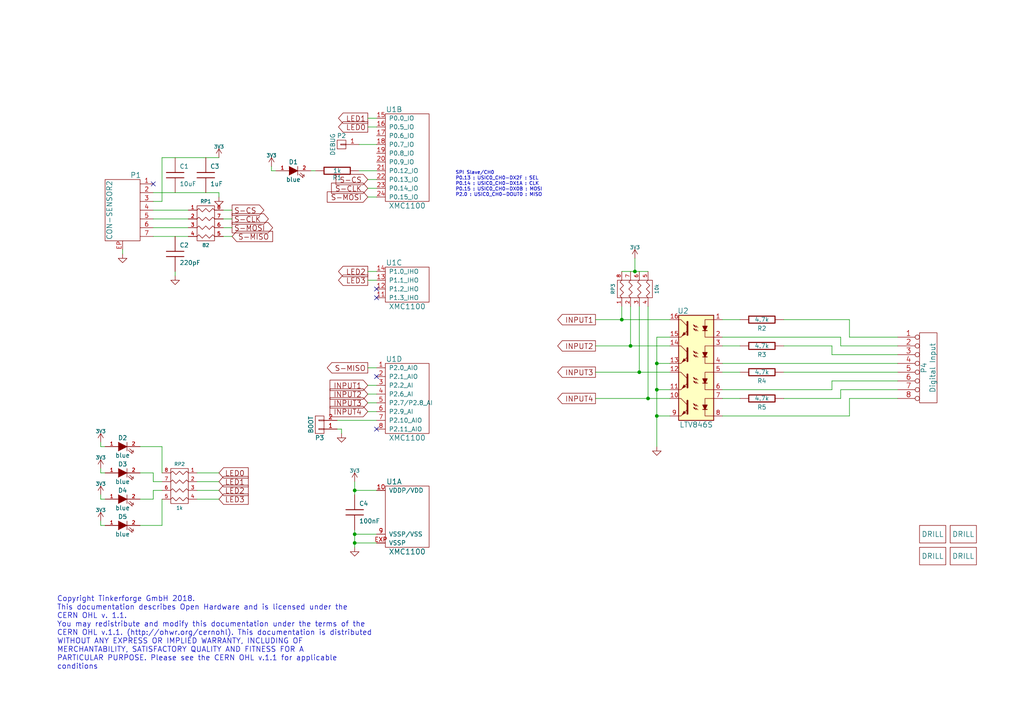
<source format=kicad_sch>
(kicad_sch (version 20211123) (generator eeschema)
  (paper "A4")
  (title_block (title "Industrial Digital In 4 2.0") (date "2018-02-07") (rev "2.0") (company "Tinkerforge GmbH") (comment 1 "Licensed under CERN OHL v.1.1") (comment 2 "Copyright (©) 2018, B.Nordmeyer <bastian@tinkerforge.com>"))
  (lib_symbols
    (symbol "tinkerforge:3V3" (power) (pin_names (offset 0))
      (property "Value" "3V3" (at 0 3.556 0))
      (symbol "3V3_0_1"
        (polyline (pts (xy -0.762 1.27) (xy 0 2.54)))
        (polyline (pts (xy 0 0) (xy 0 2.54)))
        (polyline (pts (xy 0 2.54) (xy 0.762 1.27)))
      )
      (symbol "3V3_1_1"
        (pin power_in line (at 0 0 90) (length 0) hide (name "3V3") (number "1"))
      )
    )
    (symbol "tinkerforge:C" (pin_numbers hide) (pin_names (offset 0.254))
      (property "Reference" "C" (at 1.27 2.54 0))
      (property "Value" "C" (at 1.27 -2.54 0))
      (symbol "C_0_1"
        (polyline (pts (xy -2.54 -0.762) (xy 2.54 -0.762)) (stroke (width 0.254)))
        (polyline (pts (xy -2.54 0.762) (xy 2.54 0.762)) (stroke (width 0.254)))
      )
      (symbol "C_1_1"
        (pin passive line (at 0 5.08 270) (length 4.318) (name "~") (number "1"))
        (pin passive line (at 0 -5.08 90) (length 4.318) (name "~") (number "2"))
      )
    )
    (symbol "tinkerforge:CON-SENSOR2" (pin_names (offset 1.016))
      (property "Reference" "P" (at -3.81 10.16 0))
      (property "Value" "CON-SENSOR2" (at 3.81 0 90))
      (symbol "CON-SENSOR2_0_1"
        (rectangle (start -5.08 8.89) (end 5.08 -8.89))
      )
      (symbol "CON-SENSOR2_1_1"
        (pin passive line (at -8.89 7.62 0) (length 3.81) (name "~") (number "1"))
        (pin passive line (at -8.89 5.08 0) (length 3.81) (name "~") (number "2"))
        (pin passive line (at -8.89 2.54 0) (length 3.81) (name "~") (number "3"))
        (pin passive line (at -8.89 0 0) (length 3.81) (name "~") (number "4"))
        (pin passive line (at -8.89 -2.54 0) (length 3.81) (name "~") (number "5"))
        (pin passive line (at -8.89 -5.08 0) (length 3.81) (name "~") (number "6"))
        (pin passive line (at -8.89 -7.62 0) (length 3.81) (name "~") (number "7"))
        (pin passive line (at 0 -11.43 90) (length 2.54) (name "~") (number "EP"))
      )
    )
    (symbol "tinkerforge:CONN_01X01" (pin_names (offset 1.016) hide)
      (property "Reference" "P" (at 0 2.54 0))
      (property "Value" "CONN_01X01" (at 2.54 0 90))
      (symbol "CONN_01X01_0_1"
        (rectangle (start -1.27 0.127) (end 0.254 -0.127))
        (rectangle (start -1.27 1.27) (end 1.27 -1.27))
      )
      (symbol "CONN_01X01_1_1"
        (pin passive line (at -5.08 0 0) (length 3.81) (name "P1") (number "1"))
      )
    )
    (symbol "tinkerforge:CONN_01X02" (pin_names (offset 1.016) hide)
      (property "Reference" "P" (at 0 3.81 0))
      (property "Value" "CONN_01X02" (at 2.54 0 90))
      (symbol "CONN_01X02_0_1"
        (rectangle (start -1.27 -1.143) (end 0.254 -1.397))
        (rectangle (start -1.27 1.397) (end 0.254 1.143))
        (rectangle (start -1.27 2.54) (end 1.27 -2.54))
      )
      (symbol "CONN_01X02_1_1"
        (pin passive line (at -5.08 1.27 0) (length 3.81) (name "P1") (number "1"))
        (pin passive line (at -5.08 -1.27 0) (length 3.81) (name "P2") (number "2"))
      )
    )
    (symbol "tinkerforge:CONN_8" (pin_names (offset 0.762) hide)
      (property "Reference" "P" (at -1.27 0 90))
      (property "Value" "CONN_8" (at 1.27 0 90))
      (symbol "CONN_8_0_1"
        (rectangle (start -2.54 10.16) (end 2.54 -10.16))
      )
      (symbol "CONN_8_1_1"
        (pin passive inverted (at -8.89 8.89 0) (length 6.35) (name "1") (number "1"))
        (pin passive inverted (at -8.89 6.35 0) (length 6.35) (name "2") (number "2"))
        (pin passive inverted (at -8.89 3.81 0) (length 6.35) (name "3") (number "3"))
        (pin passive inverted (at -8.89 1.27 0) (length 6.35) (name "4") (number "4"))
        (pin passive inverted (at -8.89 -1.27 0) (length 6.35) (name "5") (number "5"))
        (pin passive inverted (at -8.89 -3.81 0) (length 6.35) (name "6") (number "6"))
        (pin passive inverted (at -8.89 -6.35 0) (length 6.35) (name "~") (number "7"))
        (pin passive inverted (at -8.89 -8.89 0) (length 6.35) (name "~") (number "8"))
      )
    )
    (symbol "tinkerforge:DRILL" (pin_numbers hide) (pin_names (offset 0) hide)
      (property "Value" "DRILL" (at 0 0 0))
      (symbol "DRILL_0_1"
        (rectangle (start -3.81 2.54) (end 3.81 -2.54))
      )
    )
    (symbol "tinkerforge:GND" (power) (pin_names (offset 0))
      (property "Value" "GND" (at 0 -5.08 0))
      (symbol "GND_0_1"
        (polyline (pts (xy 0 0) (xy 0 -1.27) (xy 1.27 -1.27) (xy 0 -2.54) (xy -1.27 -1.27) (xy 0 -1.27)))
      )
      (symbol "GND_1_1"
        (pin power_in line (at 0 0 270) (length 0) hide (name "GND") (number "1"))
      )
    )
    (symbol "tinkerforge:LED" (pin_names (offset 1.016) hide)
      (property "Reference" "D" (at 0 2.54 0))
      (property "Value" "LED" (at 0 -2.54 0))
      (symbol "LED_0_1"
        (polyline (pts (xy 1.27 1.27) (xy 1.27 -1.27)))
        (polyline (pts (xy -1.27 1.27) (xy 1.27 0) (xy -1.27 -1.27)) (fill (type outline)))
        (polyline (pts (xy 1.651 -1.016) (xy 2.794 -2.032) (xy 2.667 -1.397)))
        (polyline (pts (xy 2.032 -0.635) (xy 3.175 -1.651) (xy 3.048 -1.016)))
      )
      (symbol "LED_1_1"
        (pin passive line (at -5.08 0 0) (length 3.81) (name "A") (number "1"))
        (pin passive line (at 5.08 0 180) (length 3.81) (name "K") (number "2"))
      )
    )
    (symbol "tinkerforge:LTV-847" (pin_names (offset 1.016))
      (property "Reference" "U" (at -5.08 17.78 0))
      (property "Value" "LTV-847" (at 0 17.78 0))
      (property "Footprint" "DIP-16" (at -5.08 -15.24 0))
      (property "Datasheet" "http://www.us.liteon.com/downloads/LTV-817-827-847.PDF" (at 0 -2.54 0))
      (symbol "LTV-847_0_1"
        (rectangle (start -5.08 16.51) (end 5.08 -13.97) (stroke (width 0.254)) (fill (type background)))
        (polyline (pts (xy -3.175 -10.795) (xy -1.905 -10.795)) (stroke (width 0.254)))
        (polyline (pts (xy -3.175 -3.175) (xy -1.905 -3.175)) (stroke (width 0.254)))
        (polyline (pts (xy -3.175 4.445) (xy -1.905 4.445)) (stroke (width 0.254)))
        (polyline (pts (xy -3.175 12.065) (xy -1.905 12.065)) (stroke (width 0.254)))
        (polyline (pts (xy 2.54 -9.525) (xy 4.445 -7.62)))
        (polyline (pts (xy 2.54 -1.905) (xy 4.445 0)))
        (polyline (pts (xy 2.54 5.715) (xy 4.445 7.62)))
        (polyline (pts (xy 2.54 13.335) (xy 4.445 15.24)))
        (polyline (pts (xy 4.445 -12.7) (xy 2.54 -10.795)) (fill (type outline)))
        (polyline (pts (xy 4.445 -12.7) (xy 5.08 -12.7)))
        (polyline (pts (xy 4.445 -7.62) (xy 5.08 -7.62)))
        (polyline (pts (xy 4.445 -5.08) (xy 2.54 -3.175)) (fill (type outline)))
        (polyline (pts (xy 4.445 -5.08) (xy 5.08 -5.08)))
        (polyline (pts (xy 4.445 0) (xy 5.08 0)))
        (polyline (pts (xy 4.445 2.54) (xy 2.54 4.445)) (fill (type outline)))
        (polyline (pts (xy 4.445 2.54) (xy 5.08 2.54)))
        (polyline (pts (xy 4.445 7.62) (xy 5.08 7.62)))
        (polyline (pts (xy 4.445 10.16) (xy 2.54 12.065)) (fill (type outline)))
        (polyline (pts (xy 4.445 10.16) (xy 5.08 10.16)))
        (polyline (pts (xy 4.445 15.24) (xy 5.08 15.24)))
        (polyline (pts (xy -5.08 -7.62) (xy -2.54 -7.62) (xy -2.54 -9.525)))
        (polyline (pts (xy -5.08 0) (xy -2.54 0) (xy -2.54 -1.905)))
        (polyline (pts (xy -5.08 7.62) (xy -2.54 7.62) (xy -2.54 5.715)))
        (polyline (pts (xy -5.08 15.24) (xy -2.54 15.24) (xy -2.54 13.335)))
        (polyline (pts (xy -2.54 -10.795) (xy -2.54 -12.7) (xy -5.08 -12.7)))
        (polyline (pts (xy -2.54 -3.175) (xy -2.54 -5.08) (xy -5.08 -5.08)))
        (polyline (pts (xy -2.54 4.445) (xy -2.54 2.54) (xy -5.08 2.54)))
        (polyline (pts (xy -2.54 12.065) (xy -2.54 10.16) (xy -5.08 10.16)))
        (polyline (pts (xy 2.54 -8.255) (xy 2.54 -12.065) (xy 2.54 -12.065)) (stroke (width 0.508)))
        (polyline (pts (xy 2.54 -0.635) (xy 2.54 -4.445) (xy 2.54 -4.445)) (stroke (width 0.508)))
        (polyline (pts (xy 2.54 6.985) (xy 2.54 3.175) (xy 2.54 3.175)) (stroke (width 0.508)))
        (polyline (pts (xy 2.54 14.605) (xy 2.54 10.795) (xy 2.54 10.795)) (stroke (width 0.508)))
        (polyline (pts (xy -2.54 -10.795) (xy -3.175 -9.525) (xy -1.905 -9.525) (xy -2.54 -10.795)) (stroke (width 0.254)) (fill (type outline)))
        (polyline (pts (xy -2.54 -3.175) (xy -3.175 -1.905) (xy -1.905 -1.905) (xy -2.54 -3.175)) (stroke (width 0.254)) (fill (type outline)))
        (polyline (pts (xy -2.54 4.445) (xy -3.175 5.715) (xy -1.905 5.715) (xy -2.54 4.445)) (stroke (width 0.254)) (fill (type outline)))
        (polyline (pts (xy -2.54 12.065) (xy -3.175 13.335) (xy -1.905 13.335) (xy -2.54 12.065)) (stroke (width 0.254)) (fill (type outline)))
        (polyline (pts (xy -0.508 -9.906) (xy 0.0254 -9.398) (xy 0.0254 -9.906) (xy 0.7874 -9.144)))
        (polyline (pts (xy -0.508 -2.286) (xy 0.0254 -1.778) (xy 0.0254 -2.286) (xy 0.7874 -1.524)))
        (polyline (pts (xy -0.508 5.334) (xy 0.0254 5.842) (xy 0.0254 5.334) (xy 0.7874 6.096)))
        (polyline (pts (xy -0.508 12.954) (xy 0.0254 13.462) (xy 0.0254 12.954) (xy 0.7874 13.716)))
        (polyline (pts (xy 0.7874 -9.144) (xy 0.2794 -9.398) (xy 0.5334 -9.652) (xy 0.7874 -9.144)))
        (polyline (pts (xy 0.7874 -1.524) (xy 0.2794 -1.778) (xy 0.5334 -2.032) (xy 0.7874 -1.524)))
        (polyline (pts (xy 0.7874 6.096) (xy 0.2794 5.842) (xy 0.5334 5.588) (xy 0.7874 6.096)))
        (polyline (pts (xy 0.7874 13.716) (xy 0.2794 13.462) (xy 0.5334 13.208) (xy 0.7874 13.716)))
        (polyline (pts (xy 3.048 -11.811) (xy 3.556 -11.303) (xy 4.064 -12.319) (xy 3.048 -11.811) (xy 3.048 -11.811)) (fill (type outline)))
        (polyline (pts (xy 3.048 -4.191) (xy 3.556 -3.683) (xy 4.064 -4.699) (xy 3.048 -4.191) (xy 3.048 -4.191)) (fill (type outline)))
        (polyline (pts (xy 3.048 3.429) (xy 3.556 3.937) (xy 4.064 2.921) (xy 3.048 3.429) (xy 3.048 3.429)) (fill (type outline)))
        (polyline (pts (xy 3.048 11.049) (xy 3.556 11.557) (xy 4.064 10.541) (xy 3.048 11.049) (xy 3.048 11.049)) (fill (type outline)))
        (polyline (pts (xy -0.508 -10.922) (xy 0.0254 -10.414) (xy 0.0254 -10.922) (xy 0.7874 -10.16) (xy 0.2794 -10.414) (xy 0.5334 -10.668) (xy 0.7874 -10.16)))
        (polyline (pts (xy -0.508 -3.302) (xy 0.0254 -2.794) (xy 0.0254 -3.302) (xy 0.7874 -2.54) (xy 0.2794 -2.794) (xy 0.5334 -3.048) (xy 0.7874 -2.54)))
        (polyline (pts (xy -0.508 4.318) (xy 0.0254 4.826) (xy 0.0254 4.318) (xy 0.7874 5.08) (xy 0.2794 4.826) (xy 0.5334 4.572) (xy 0.7874 5.08)))
        (polyline (pts (xy -0.508 11.938) (xy 0.0254 12.446) (xy 0.0254 11.938) (xy 0.7874 12.7) (xy 0.2794 12.446) (xy 0.5334 12.192) (xy 0.7874 12.7)))
      )
      (symbol "LTV-847_1_1"
        (pin passive line (at -7.62 15.24 0) (length 2.54) (name "~") (number "1"))
        (pin passive line (at 7.62 -7.62 180) (length 2.54) (name "~") (number "10"))
        (pin passive line (at 7.62 -5.08 180) (length 2.54) (name "~") (number "11"))
        (pin passive line (at 7.62 0 180) (length 2.54) (name "~") (number "12"))
        (pin passive line (at 7.62 2.54 180) (length 2.54) (name "~") (number "13"))
        (pin passive line (at 7.62 7.62 180) (length 2.54) (name "~") (number "14"))
        (pin passive line (at 7.62 10.16 180) (length 2.54) (name "~") (number "15"))
        (pin passive line (at 7.62 15.24 180) (length 2.54) (name "~") (number "16"))
        (pin passive line (at -7.62 10.16 0) (length 2.54) (name "~") (number "2"))
        (pin passive line (at -7.62 7.62 0) (length 2.54) (name "~") (number "3"))
        (pin passive line (at -7.62 2.54 0) (length 2.54) (name "~") (number "4"))
        (pin passive line (at -7.62 0 0) (length 2.54) (name "~") (number "5"))
        (pin passive line (at -7.62 -5.08 0) (length 2.54) (name "~") (number "6"))
        (pin passive line (at -7.62 -7.62 0) (length 2.54) (name "~") (number "7"))
        (pin passive line (at -7.62 -12.7 0) (length 2.54) (name "~") (number "8"))
        (pin passive line (at 7.62 -12.7 180) (length 2.54) (name "~") (number "9"))
      )
    )
    (symbol "tinkerforge:R" (pin_numbers hide) (pin_names (offset 0))
      (property "Reference" "R" (at 2.032 0 90))
      (property "Value" "R" (at 0 0 90))
      (symbol "R_0_1"
        (rectangle (start -1.016 3.81) (end 1.016 -3.81) (stroke (width 0.3048)))
      )
      (symbol "R_1_1"
        (pin passive line (at 0 6.35 270) (length 2.54) (name "~") (number "1"))
        (pin passive line (at 0 -6.35 90) (length 2.54) (name "~") (number "2"))
      )
    )
    (symbol "tinkerforge:R_PACK4" (pin_names hide)
      (property "Reference" "RP" (at 0 11.43 0))
      (property "Value" "R_PACK4" (at 0 -1.27 0))
      (symbol "R_PACK4_0_1"
        (polyline (pts (xy -2.54 10.16) (xy -2.54 0) (xy 2.54 0) (xy 2.54 10.16) (xy -2.54 10.16)))
        (polyline (pts (xy -2.54 1.27) (xy -2.032 1.778) (xy -1.016 0.762) (xy 0 1.778) (xy 1.016 0.762) (xy 2.032 1.778) (xy 2.54 1.27)))
        (polyline (pts (xy -2.54 3.81) (xy -2.032 4.318) (xy -1.016 3.302) (xy 0 4.318) (xy 1.016 3.302) (xy 2.032 4.318) (xy 2.54 3.81)))
        (polyline (pts (xy -2.54 6.35) (xy -2.032 6.858) (xy -1.016 5.842) (xy 0 6.858) (xy 1.016 5.842) (xy 2.032 6.858) (xy 2.54 6.35)))
        (polyline (pts (xy -2.54 8.89) (xy -2.032 9.398) (xy -1.016 8.382) (xy 0 9.398) (xy 1.016 8.382) (xy 2.032 9.398) (xy 2.54 8.89)))
      )
      (symbol "R_PACK4_1_1"
        (pin passive line (at -5.08 8.89 0) (length 2.54) (name "P1") (number "1"))
        (pin passive line (at -5.08 6.35 0) (length 2.54) (name "P2") (number "2"))
        (pin passive line (at -5.08 3.81 0) (length 2.54) (name "P3") (number "3"))
        (pin passive line (at -5.08 1.27 0) (length 2.54) (name "P4") (number "4"))
        (pin passive line (at 5.08 1.27 180) (length 2.54) (name "R4") (number "5"))
        (pin passive line (at 5.08 3.81 180) (length 2.54) (name "R3") (number "6"))
        (pin passive line (at 5.08 6.35 180) (length 2.54) (name "R2") (number "7"))
        (pin passive line (at 5.08 8.89 180) (length 2.54) (name "R1") (number "8"))
      )
    )
    (symbol "tinkerforge:XMC1XXX24" (pin_names (offset 1.016))
      (property "Reference" "U" (at -3.81 15.24 0))
      (property "Value" "XMC1XXX24" (at 0 -16.51 0))
      (symbol "XMC1XXX24_1_1"
        (rectangle (start -6.35 8.89) (end 6.35 -8.89))
        (pin passive line (at -8.89 7.62 0) (length 2.54) (name "VDDP/VDD") (number "10"))
        (pin passive line (at -8.89 -5.08 0) (length 2.54) (name "VSSP/VSS") (number "9"))
        (pin passive line (at -8.89 -7.62 0) (length 2.54) (name "VSSP") (number "EXP"))
      )
      (symbol "XMC1XXX24_2_1"
        (rectangle (start -6.35 12.7) (end 6.35 -12.7))
        (pin passive line (at -8.89 11.43 0) (length 2.54) (name "P0.0_IO") (number "15"))
        (pin passive line (at -8.89 8.89 0) (length 2.54) (name "P0.5_IO") (number "16"))
        (pin passive line (at -8.89 6.35 0) (length 2.54) (name "P0.6_IO") (number "17"))
        (pin passive line (at -8.89 3.81 0) (length 2.54) (name "P0.7_IO") (number "18"))
        (pin passive line (at -8.89 1.27 0) (length 2.54) (name "P0.8_IO") (number "19"))
        (pin passive line (at -8.89 -1.27 0) (length 2.54) (name "P0.9_IO") (number "20"))
        (pin passive line (at -8.89 -3.81 0) (length 2.54) (name "P0.12_IO") (number "21"))
        (pin passive line (at -8.89 -6.35 0) (length 2.54) (name "P0.13_IO") (number "22"))
        (pin passive line (at -8.89 -8.89 0) (length 2.54) (name "P0.14_IO") (number "23"))
        (pin passive line (at -8.89 -11.43 0) (length 2.54) (name "P0.15_IO") (number "24"))
      )
      (symbol "XMC1XXX24_3_1"
        (rectangle (start -6.35 5.08) (end 6.35 -5.08))
        (pin passive line (at -8.89 -3.81 0) (length 2.54) (name "P1.3_IHO") (number "11"))
        (pin passive line (at -8.89 -1.27 0) (length 2.54) (name "P1.2_IHO") (number "12"))
        (pin passive line (at -8.89 1.27 0) (length 2.54) (name "P1.1_IHO") (number "13"))
        (pin passive line (at -8.89 3.81 0) (length 2.54) (name "P1.0_IHO") (number "14"))
      )
      (symbol "XMC1XXX24_4_1"
        (rectangle (start -6.35 10.16) (end 6.35 -10.16))
        (pin passive line (at -8.89 8.89 0) (length 2.54) (name "P2.0_AIO") (number "1"))
        (pin passive line (at -8.89 6.35 0) (length 2.54) (name "P2.1_AIO") (number "2"))
        (pin passive line (at -8.89 3.81 0) (length 2.54) (name "P2.2_AI") (number "3"))
        (pin passive line (at -8.89 1.27 0) (length 2.54) (name "P2.6_AI") (number "4"))
        (pin passive line (at -8.89 -1.27 0) (length 2.54) (name "P2.7/P2.8_AI") (number "5"))
        (pin passive line (at -8.89 -3.81 0) (length 2.54) (name "P2.9_AI") (number "6"))
        (pin passive line (at -8.89 -6.35 0) (length 2.54) (name "P2.10_AIO") (number "7"))
        (pin passive line (at -8.89 -8.89 0) (length 2.54) (name "P2.11_AIO") (number "8"))
      )
    )
  )
  (junction (at 185.42 107.95))
  (junction (at 190.5 113.03))
  (junction (at 102.87 154.94))
  (junction (at 184.15 78.74))
  (junction (at 102.87 142.24))
  (junction (at 180.34 92.71))
  (junction (at 182.88 100.33))
  (junction (at 187.96 115.57))
  (junction (at 190.5 105.41))
  (junction (at 190.5 120.65))
  (junction (at 102.87 157.48))
  (no_connect (at 109.22 109.22))
  (no_connect (at 109.22 83.82))
  (no_connect (at 109.22 86.36))
  (no_connect (at 109.22 124.46))
  (no_connect (at 44.45 53.34))
  (wire (pts (xy 50.8 80.01) (xy 50.8 78.74)))
  (wire (pts (xy 182.88 100.33) (xy 194.31 100.33)))
  (wire (pts (xy 227.33 115.57) (xy 243.84 115.57)))
  (wire (pts (xy 29.21 137.16) (xy 30.48 137.16)))
  (wire (pts (xy 109.22 54.61) (xy 106.68 54.61)))
  (wire (pts (xy 29.21 144.78) (xy 30.48 144.78)))
  (wire (pts (xy 227.33 107.95) (xy 260.35 107.95)))
  (wire (pts (xy 99.06 124.46) (xy 99.06 125.73)))
  (wire (pts (xy 44.45 137.16) (xy 44.45 139.7)))
  (wire (pts (xy 260.35 110.49) (xy 241.3 110.49)))
  (wire (pts (xy 209.55 92.71) (xy 214.63 92.71)))
  (wire (pts (xy 185.42 88.9) (xy 185.42 107.95)))
  (wire (pts (xy 194.31 105.41) (xy 190.5 105.41)))
  (wire (pts (xy 29.21 151.13) (xy 29.21 152.4)))
  (wire (pts (xy 194.31 120.65) (xy 190.5 120.65)))
  (wire (pts (xy 57.15 142.24) (xy 63.5 142.24)))
  (wire (pts (xy 241.3 113.03) (xy 209.55 113.03)))
  (wire (pts (xy 106.68 57.15) (xy 109.22 57.15)))
  (wire (pts (xy 46.99 45.72) (xy 46.99 58.42)))
  (wire (pts (xy 172.72 100.33) (xy 182.88 100.33)))
  (wire (pts (xy 182.88 88.9) (xy 182.88 100.33)))
  (wire (pts (xy 109.22 114.3) (xy 106.68 114.3)))
  (wire (pts (xy 209.55 115.57) (xy 214.63 115.57)))
  (wire (pts (xy 40.64 152.4) (xy 46.99 152.4)))
  (wire (pts (xy 260.35 115.57) (xy 246.38 115.57)))
  (wire (pts (xy 67.31 63.5) (xy 64.77 63.5)))
  (wire (pts (xy 106.68 78.74) (xy 109.22 78.74)))
  (wire (pts (xy 102.87 139.7) (xy 102.87 142.24)))
  (wire (pts (xy 180.34 88.9) (xy 180.34 92.71)))
  (wire (pts (xy 64.77 60.96) (xy 67.31 60.96)))
  (wire (pts (xy 109.22 157.48) (xy 102.87 157.48)))
  (wire (pts (xy 29.21 129.54) (xy 30.48 129.54)))
  (wire (pts (xy 209.55 107.95) (xy 214.63 107.95)))
  (wire (pts (xy 44.45 66.04) (xy 54.61 66.04)))
  (wire (pts (xy 29.21 135.89) (xy 29.21 137.16)))
  (wire (pts (xy 184.15 78.74) (xy 187.96 78.74)))
  (wire (pts (xy 106.68 52.07) (xy 109.22 52.07)))
  (wire (pts (xy 172.72 92.71) (xy 180.34 92.71)))
  (wire (pts (xy 64.77 66.04) (xy 67.31 66.04)))
  (wire (pts (xy 104.14 41.91) (xy 109.22 41.91)))
  (wire (pts (xy 44.45 144.78) (xy 44.45 142.24)))
  (wire (pts (xy 241.3 110.49) (xy 241.3 113.03)))
  (wire (pts (xy 44.45 60.96) (xy 54.61 60.96)))
  (wire (pts (xy 106.68 116.84) (xy 109.22 116.84)))
  (wire (pts (xy 109.22 119.38) (xy 106.68 119.38)))
  (wire (pts (xy 106.68 106.68) (xy 109.22 106.68)))
  (wire (pts (xy 67.31 68.58) (xy 64.77 68.58)))
  (wire (pts (xy 35.56 73.66) (xy 35.56 72.39)))
  (wire (pts (xy 190.5 97.79) (xy 190.5 105.41)))
  (wire (pts (xy 40.64 137.16) (xy 44.45 137.16)))
  (wire (pts (xy 227.33 92.71) (xy 246.38 92.71)))
  (wire (pts (xy 102.87 154.94) (xy 102.87 157.48)))
  (wire (pts (xy 97.79 124.46) (xy 99.06 124.46)))
  (wire (pts (xy 78.74 48.26) (xy 78.74 49.53)))
  (wire (pts (xy 29.21 152.4) (xy 30.48 152.4)))
  (wire (pts (xy 243.84 97.79) (xy 243.84 100.33)))
  (wire (pts (xy 241.3 102.87) (xy 260.35 102.87)))
  (wire (pts (xy 194.31 113.03) (xy 190.5 113.03)))
  (wire (pts (xy 78.74 49.53) (xy 80.01 49.53)))
  (wire (pts (xy 63.5 144.78) (xy 57.15 144.78)))
  (wire (pts (xy 184.15 74.93) (xy 184.15 78.74)))
  (wire (pts (xy 246.38 97.79) (xy 246.38 92.71)))
  (wire (pts (xy 44.45 58.42) (xy 46.99 58.42)))
  (wire (pts (xy 106.68 111.76) (xy 109.22 111.76)))
  (wire (pts (xy 109.22 142.24) (xy 102.87 142.24)))
  (wire (pts (xy 241.3 100.33) (xy 241.3 102.87)))
  (wire (pts (xy 209.55 97.79) (xy 243.84 97.79)))
  (wire (pts (xy 106.68 36.83) (xy 109.22 36.83)))
  (wire (pts (xy 40.64 144.78) (xy 44.45 144.78)))
  (wire (pts (xy 46.99 45.72) (xy 63.5 45.72)))
  (wire (pts (xy 190.5 120.65) (xy 190.5 129.54)))
  (wire (pts (xy 46.99 152.4) (xy 46.99 144.78)))
  (wire (pts (xy 104.14 49.53) (xy 109.22 49.53)))
  (wire (pts (xy 180.34 92.71) (xy 194.31 92.71)))
  (wire (pts (xy 172.72 115.57) (xy 187.96 115.57)))
  (wire (pts (xy 260.35 97.79) (xy 246.38 97.79)))
  (wire (pts (xy 190.5 105.41) (xy 190.5 113.03)))
  (wire (pts (xy 102.87 157.48) (xy 102.87 158.75)))
  (wire (pts (xy 29.21 128.27) (xy 29.21 129.54)))
  (wire (pts (xy 44.45 55.88) (xy 63.5 55.88)))
  (wire (pts (xy 209.55 105.41) (xy 260.35 105.41)))
  (wire (pts (xy 194.31 97.79) (xy 190.5 97.79)))
  (wire (pts (xy 109.22 81.28) (xy 106.68 81.28)))
  (wire (pts (xy 109.22 34.29) (xy 106.68 34.29)))
  (wire (pts (xy 54.61 63.5) (xy 44.45 63.5)))
  (wire (pts (xy 44.45 68.58) (xy 54.61 68.58)))
  (wire (pts (xy 102.87 153.67) (xy 102.87 154.94)))
  (wire (pts (xy 185.42 107.95) (xy 172.72 107.95)))
  (wire (pts (xy 243.84 115.57) (xy 243.84 113.03)))
  (wire (pts (xy 194.31 107.95) (xy 185.42 107.95)))
  (wire (pts (xy 227.33 100.33) (xy 241.3 100.33)))
  (wire (pts (xy 109.22 154.94) (xy 102.87 154.94)))
  (wire (pts (xy 57.15 137.16) (xy 63.5 137.16)))
  (wire (pts (xy 44.45 139.7) (xy 46.99 139.7)))
  (wire (pts (xy 46.99 129.54) (xy 46.99 137.16)))
  (wire (pts (xy 29.21 143.51) (xy 29.21 144.78)))
  (wire (pts (xy 246.38 120.65) (xy 209.55 120.65)))
  (wire (pts (xy 63.5 139.7) (xy 57.15 139.7)))
  (wire (pts (xy 63.5 55.88) (xy 63.5 57.15)))
  (wire (pts (xy 44.45 142.24) (xy 46.99 142.24)))
  (wire (pts (xy 102.87 142.24) (xy 102.87 143.51)))
  (wire (pts (xy 243.84 113.03) (xy 260.35 113.03)))
  (wire (pts (xy 40.64 129.54) (xy 46.99 129.54)))
  (wire (pts (xy 209.55 100.33) (xy 214.63 100.33)))
  (wire (pts (xy 187.96 115.57) (xy 194.31 115.57)))
  (wire (pts (xy 187.96 88.9) (xy 187.96 115.57)))
  (wire (pts (xy 97.79 121.92) (xy 109.22 121.92)))
  (wire (pts (xy 243.84 100.33) (xy 260.35 100.33)))
  (wire (pts (xy 190.5 113.03) (xy 190.5 120.65)))
  (wire (pts (xy 246.38 115.57) (xy 246.38 120.65)))
  (wire (pts (xy 90.17 49.53) (xy 91.44 49.53)))
  (wire (pts (xy 180.34 78.74) (xy 184.15 78.74)))
  (text "SPI Slave/CH0\nP0.13 : USIC0_CH0-DX2F : SEL\nP0.14 : USIC0_CH0-DX1A : CLK\nP0.15 : USIC0_CH0-DX0B : MOSI\nP2.0 : USIC0_CH0-DOUT0 : MISO" (at 132.08 57.15 0) (effects (font (size 0.9906 0.9906)) (justify left bottom)))
  (text "Copyright Tinkerforge GmbH 2018.\nThis documentation describes Open Hardware and is licensed under the\nCERN OHL v. 1.1.\nYou may redistribute and modify this documentation under the terms of the\nCERN OHL v.1.1. (http://ohwr.org/cernohl). This documentation is distributed\nWITHOUT ANY EXPRESS OR IMPLIED WARRANTY, INCLUDING OF\nMERCHANTABILITY, SATISFACTORY QUALITY AND FITNESS FOR A\nPARTICULAR PURPOSE. Please see the CERN OHL v.1.1 for applicable\nconditions\n" (at 16.51 194.31 0) (effects (font (size 1.524 1.524)) (justify left bottom)))
  (global_label "LED1" (shape output) (at 106.68 34.29 180) (effects (font (size 1.524 1.524))) (property "Intersheet References" "${INTERSHEET_REFS}" (effects hide)))
  (global_label "S-CLK" (shape output) (at 67.31 63.5 0) (effects (font (size 1.524 1.524))) (property "Intersheet References" "${INTERSHEET_REFS}" (effects hide)))
  (global_label "INPUT1" (shape output) (at 172.72 92.71 180) (effects (font (size 1.524 1.524))) (property "Intersheet References" "${INTERSHEET_REFS}" (effects hide)))
  (global_label "LED2" (shape output) (at 106.68 78.74 180) (effects (font (size 1.524 1.524))) (property "Intersheet References" "${INTERSHEET_REFS}" (effects hide)))
  (global_label "LED3" (shape output) (at 106.68 81.28 180) (effects (font (size 1.524 1.524))) (property "Intersheet References" "${INTERSHEET_REFS}" (effects hide)))
  (global_label "INPUT3" (shape input) (at 106.68 116.84 180) (effects (font (size 1.524 1.524))) (property "Intersheet References" "${INTERSHEET_REFS}" (effects hide)))
  (global_label "S-CLK" (shape input) (at 106.68 54.61 180) (effects (font (size 1.524 1.524))) (property "Intersheet References" "${INTERSHEET_REFS}" (effects hide)))
  (global_label "LED1" (shape input) (at 63.5 139.7 0) (effects (font (size 1.524 1.524))) (property "Intersheet References" "${INTERSHEET_REFS}" (effects hide)))
  (global_label "S-MISO" (shape input) (at 67.31 68.58 0) (effects (font (size 1.524 1.524))) (property "Intersheet References" "${INTERSHEET_REFS}" (effects hide)))
  (global_label "LED0" (shape input) (at 63.5 137.16 0) (effects (font (size 1.524 1.524))) (property "Intersheet References" "${INTERSHEET_REFS}" (effects hide)))
  (global_label "INPUT3" (shape output) (at 172.72 107.95 180) (effects (font (size 1.524 1.524))) (property "Intersheet References" "${INTERSHEET_REFS}" (effects hide)))
  (global_label "INPUT2" (shape input) (at 106.68 114.3 180) (effects (font (size 1.524 1.524))) (property "Intersheet References" "${INTERSHEET_REFS}" (effects hide)))
  (global_label "S-MISO" (shape output) (at 106.68 106.68 180) (effects (font (size 1.524 1.524))) (property "Intersheet References" "${INTERSHEET_REFS}" (effects hide)))
  (global_label "LED3" (shape input) (at 63.5 144.78 0) (effects (font (size 1.524 1.524))) (property "Intersheet References" "${INTERSHEET_REFS}" (effects hide)))
  (global_label "INPUT4" (shape input) (at 106.68 119.38 180) (effects (font (size 1.524 1.524))) (property "Intersheet References" "${INTERSHEET_REFS}" (effects hide)))
  (global_label "S-MOSI" (shape input) (at 106.68 57.15 180) (effects (font (size 1.524 1.524))) (property "Intersheet References" "${INTERSHEET_REFS}" (effects hide)))
  (global_label "INPUT2" (shape output) (at 172.72 100.33 180) (effects (font (size 1.524 1.524))) (property "Intersheet References" "${INTERSHEET_REFS}" (effects hide)))
  (global_label "LED0" (shape output) (at 106.68 36.83 180) (effects (font (size 1.524 1.524))) (property "Intersheet References" "${INTERSHEET_REFS}" (effects hide)))
  (global_label "S-CS" (shape input) (at 106.68 52.07 180) (effects (font (size 1.524 1.524))) (property "Intersheet References" "${INTERSHEET_REFS}" (effects hide)))
  (global_label "S-MOSI" (shape output) (at 67.31 66.04 0) (effects (font (size 1.524 1.524))) (property "Intersheet References" "${INTERSHEET_REFS}" (effects hide)))
  (global_label "INPUT1" (shape input) (at 106.68 111.76 180) (effects (font (size 1.524 1.524))) (property "Intersheet References" "${INTERSHEET_REFS}" (effects hide)))
  (global_label "S-CS" (shape output) (at 67.31 60.96 0) (effects (font (size 1.524 1.524))) (property "Intersheet References" "${INTERSHEET_REFS}" (effects hide)))
  (global_label "LED2" (shape input) (at 63.5 142.24 0) (effects (font (size 1.524 1.524))) (property "Intersheet References" "${INTERSHEET_REFS}" (effects hide)))
  (global_label "INPUT4" (shape output) (at 172.72 115.57 180) (effects (font (size 1.524 1.524))) (property "Intersheet References" "${INTERSHEET_REFS}" (effects hide)))
  (symbol (lib_id "tinkerforge:LTV-847") (at 201.93 107.95 0) (mirror y) (unit 1)
    (property "Reference" "U2" (at 198.12 90.17 0) (effects (font (size 1.524 1.524))))
    (property "Value" "LTV846S" (at 201.93 123.19 0) (effects (font (size 1.524 1.524))))
    (property "Footprint" "DIP-16" (effects hide))
    (property "Datasheet" "http://www.us.liteon.com/downloads/LTV-817-827-847.PDF" (effects hide))
  )
  (symbol (lib_id "tinkerforge:R") (at 220.98 92.71 90) (unit 1)
    (property "Reference" "R2" (at 220.98 95.25 90))
    (property "Value" "4.7k" (at 220.98 92.71 90))
    (property "Footprint" "kicad-libraries:R1210" (effects hide))
  )
  (symbol (lib_id "tinkerforge:R") (at 220.98 100.33 90) (unit 1)
    (property "Reference" "R3" (at 220.98 102.87 90))
    (property "Value" "4.7k" (at 220.98 100.33 90))
    (property "Footprint" "kicad-libraries:R1210" (effects hide))
  )
  (symbol (lib_id "tinkerforge:R") (at 220.98 107.95 90) (unit 1)
    (property "Reference" "R4" (at 220.98 110.49 90))
    (property "Value" "4.7k" (at 220.98 107.95 90))
    (property "Footprint" "kicad-libraries:R1210" (effects hide))
  )
  (symbol (lib_id "tinkerforge:R") (at 220.98 115.57 90) (unit 1)
    (property "Reference" "R5" (at 220.98 118.11 90))
    (property "Value" "4.7k" (at 220.98 115.57 90))
    (property "Footprint" "kicad-libraries:R1210" (effects hide))
  )
  (symbol (lib_id "tinkerforge:GND") (at 190.5 129.54 0) (unit 1)
    (property "Reference" "#PWR04" (effects hide))
    (property "Value" "GND" (effects hide))
  )
  (symbol (lib_id "tinkerforge:R_PACK4") (at 189.23 83.82 90) (unit 1)
    (property "Reference" "RP3" (at 177.8 83.82 0) (effects (font (size 1.016 1.016))))
    (property "Value" "10k" (at 190.5 83.82 0) (effects (font (size 1.016 1.016))))
    (property "Footprint" "kicad-libraries:0603X4" (effects hide))
  )
  (symbol (lib_id "tinkerforge:3V3") (at 63.5 45.72 0) (unit 1)
    (property "Reference" "#PWR03" (effects hide))
    (property "Value" "3V3" (at 63.5 42.545 0) (effects (font (size 1.016 1.016))))
  )
  (symbol (lib_id "tinkerforge:3V3") (at 184.15 74.93 0) (unit 1)
    (property "Reference" "#PWR02" (effects hide))
    (property "Value" "3V3" (at 184.15 71.755 0) (effects (font (size 1.016 1.016))))
  )
  (symbol (lib_id "tinkerforge:GND") (at 50.8 80.01 0) (unit 1)
    (property "Reference" "#PWR01" (effects hide))
    (property "Value" "GND" (effects hide))
  )
  (symbol (lib_id "tinkerforge:CONN_8") (at 269.24 106.68 0) (unit 1)
    (property "Reference" "P4" (at 267.97 106.68 90) (effects (font (size 1.524 1.524))))
    (property "Value" "Digital Input" (at 270.51 106.68 90) (effects (font (size 1.524 1.524))))
    (property "Footprint" "kicad-libraries:OQ_8P" (effects hide))
  )
  (symbol (lib_id "tinkerforge:DRILL") (at 279.4 161.29 0) (unit 1)
    (property "Reference" "U6" (effects hide))
    (property "Value" "DRILL" (at 279.4 161.29 0) (effects (font (size 1.524 1.524))))
    (property "Footprint" "kicad-libraries:DRILL_NP" (effects hide))
  )
  (symbol (lib_id "tinkerforge:DRILL") (at 279.4 154.94 0) (unit 1)
    (property "Reference" "U5" (effects hide))
    (property "Value" "DRILL" (at 279.4 154.94 0) (effects (font (size 1.524 1.524))))
    (property "Footprint" "kicad-libraries:DRILL_NP" (effects hide))
  )
  (symbol (lib_id "tinkerforge:DRILL") (at 270.51 154.94 0) (unit 1)
    (property "Reference" "U3" (effects hide))
    (property "Value" "DRILL" (at 270.51 154.94 0) (effects (font (size 1.524 1.524))))
    (property "Footprint" "kicad-libraries:DRILL_NP" (effects hide))
  )
  (symbol (lib_id "tinkerforge:DRILL") (at 270.51 161.29 0) (unit 1)
    (property "Reference" "U4" (effects hide))
    (property "Value" "DRILL" (at 270.51 161.29 0) (effects (font (size 1.524 1.524))))
    (property "Footprint" "kicad-libraries:DRILL_NP" (effects hide))
  )
  (symbol (lib_id "tinkerforge:CON-SENSOR2") (at 35.56 60.96 0) (mirror y) (unit 1)
    (property "Reference" "P1" (at 39.37 50.8 0) (effects (font (size 1.524 1.524))))
    (property "Value" "CON-SENSOR2" (at 31.75 60.96 90) (effects (font (size 1.524 1.524))))
    (property "Footprint" "kicad-libraries:CON-SENSOR2" (effects hide))
  )
  (symbol (lib_id "tinkerforge:R_PACK4") (at 59.69 69.85 0) (unit 1)
    (property "Reference" "RP1" (at 59.69 58.42 0) (effects (font (size 1.016 1.016))))
    (property "Value" "82" (at 59.69 71.12 0) (effects (font (size 1.016 1.016))))
    (property "Footprint" "kicad-libraries:4X0402" (effects hide))
  )
  (symbol (lib_id "tinkerforge:C") (at 50.8 73.66 0) (unit 1)
    (property "Reference" "C2" (at 52.07 71.12 0) (effects (justify left)))
    (property "Value" "220pF" (at 52.07 76.2 0) (effects (justify left)))
    (property "Footprint" "kicad-libraries:C0402F" (effects hide))
  )
  (symbol (lib_id "tinkerforge:GND") (at 63.5 57.15 0) (unit 1)
    (property "Reference" "#PWR05" (effects hide))
    (property "Value" "GND" (effects hide))
  )
  (symbol (lib_id "tinkerforge:C") (at 50.8 50.8 0) (unit 1)
    (property "Reference" "C1" (at 52.07 48.26 0) (effects (justify left)))
    (property "Value" "10uF" (at 52.07 53.34 0) (effects (justify left)))
    (property "Footprint" "kicad-libraries:C0805" (effects hide))
  )
  (symbol (lib_id "tinkerforge:C") (at 59.69 50.8 0) (unit 1)
    (property "Reference" "C3" (at 60.96 48.26 0) (effects (justify left)))
    (property "Value" "1uF" (at 60.96 53.34 0) (effects (justify left)))
    (property "Footprint" "kicad-libraries:C0603F" (effects hide))
  )
  (symbol (lib_id "tinkerforge:XMC1XXX24") (at 118.11 45.72 0) (unit 2)
    (property "Reference" "U1" (at 114.3 31.75 0) (effects (font (size 1.524 1.524))))
    (property "Value" "XMC1100" (at 118.11 59.69 0) (effects (font (size 1.524 1.524))))
    (property "Footprint" "kicad-libraries:QFN24-4x4mm-0.5mm" (effects hide))
  )
  (symbol (lib_id "tinkerforge:XMC1XXX24") (at 118.11 82.55 0) (unit 3)
    (property "Reference" "U1" (at 114.3 76.2 0) (effects (font (size 1.524 1.524))))
    (property "Value" "XMC1100" (at 118.11 88.9 0) (effects (font (size 1.524 1.524))))
    (property "Footprint" "kicad-libraries:QFN24-4x4mm-0.5mm" (effects hide))
  )
  (symbol (lib_id "tinkerforge:XMC1XXX24") (at 118.11 115.57 0) (unit 4)
    (property "Reference" "U1" (at 114.3 104.14 0) (effects (font (size 1.524 1.524))))
    (property "Value" "XMC1100" (at 118.11 127 0) (effects (font (size 1.524 1.524))))
    (property "Footprint" "kicad-libraries:QFN24-4x4mm-0.5mm" (effects hide))
  )
  (symbol (lib_id "tinkerforge:XMC1XXX24") (at 118.11 149.86 0) (unit 1)
    (property "Reference" "U1" (at 114.3 139.7 0) (effects (font (size 1.524 1.524))))
    (property "Value" "XMC1100" (at 118.11 160.02 0) (effects (font (size 1.524 1.524))))
    (property "Footprint" "kicad-libraries:QFN24-4x4mm-0.5mm" (effects hide))
  )
  (symbol (lib_id "tinkerforge:CONN_01X01") (at 99.06 41.91 0) (mirror y) (unit 1)
    (property "Reference" "P2" (at 99.06 39.37 0))
    (property "Value" "DEBUG" (at 96.52 41.91 90))
    (property "Footprint" "kicad-libraries:DEBUG_PAD" (effects hide))
  )
  (symbol (lib_id "tinkerforge:CONN_01X02") (at 92.71 123.19 180) (unit 1)
    (property "Reference" "P3" (at 92.71 127 0))
    (property "Value" "BOOT" (at 90.17 123.19 90))
    (property "Footprint" "kicad-libraries:SolderJumper" (effects hide))
  )
  (symbol (lib_id "tinkerforge:GND") (at 99.06 125.73 0) (unit 1)
    (property "Reference" "#PWR06" (effects hide))
    (property "Value" "GND" (effects hide))
  )
  (symbol (lib_id "tinkerforge:LED") (at 85.09 49.53 0) (unit 1)
    (property "Reference" "D1" (at 85.09 46.99 0))
    (property "Value" "blue" (at 85.09 52.07 0))
    (property "Footprint" "kicad-libraries:D0603F" (effects hide))
  )
  (symbol (lib_id "tinkerforge:3V3") (at 78.74 48.26 0) (unit 1)
    (property "Reference" "#PWR07" (effects hide))
    (property "Value" "3V3" (at 78.74 45.085 0) (effects (font (size 1.016 1.016))))
  )
  (symbol (lib_id "tinkerforge:R") (at 97.79 49.53 270) (unit 1)
    (property "Reference" "R1" (at 97.79 51.562 90))
    (property "Value" "1k" (at 97.79 49.53 90))
    (property "Footprint" "kicad-libraries:R0603F" (effects hide))
  )
  (symbol (lib_id "tinkerforge:C") (at 102.87 148.59 0) (unit 1)
    (property "Reference" "C4" (at 104.14 146.05 0) (effects (justify left)))
    (property "Value" "100nF" (at 104.14 151.13 0) (effects (justify left)))
    (property "Footprint" "kicad-libraries:C0603F" (effects hide))
  )
  (symbol (lib_id "tinkerforge:GND") (at 102.87 158.75 0) (unit 1)
    (property "Reference" "#PWR08" (effects hide))
    (property "Value" "GND" (effects hide))
  )
  (symbol (lib_id "tinkerforge:3V3") (at 102.87 139.7 0) (unit 1)
    (property "Reference" "#PWR09" (effects hide))
    (property "Value" "3V3" (at 102.87 136.525 0) (effects (font (size 1.016 1.016))))
  )
  (symbol (lib_id "tinkerforge:LED") (at 35.56 129.54 0) (unit 1)
    (property "Reference" "D2" (at 35.56 127 0))
    (property "Value" "blue" (at 35.56 132.08 0))
    (property "Footprint" "kicad-libraries:D0603F" (effects hide))
  )
  (symbol (lib_id "tinkerforge:3V3") (at 29.21 128.27 0) (unit 1)
    (property "Reference" "#PWR010" (effects hide))
    (property "Value" "3V3" (at 29.21 125.095 0) (effects (font (size 1.016 1.016))))
  )
  (symbol (lib_id "tinkerforge:LED") (at 35.56 137.16 0) (unit 1)
    (property "Reference" "D3" (at 35.56 134.62 0))
    (property "Value" "blue" (at 35.56 139.7 0))
    (property "Footprint" "kicad-libraries:D0603F" (effects hide))
  )
  (symbol (lib_id "tinkerforge:3V3") (at 29.21 135.89 0) (unit 1)
    (property "Reference" "#PWR011" (effects hide))
    (property "Value" "3V3" (at 29.21 132.715 0) (effects (font (size 1.016 1.016))))
  )
  (symbol (lib_id "tinkerforge:LED") (at 35.56 144.78 0) (unit 1)
    (property "Reference" "D4" (at 35.56 142.24 0))
    (property "Value" "blue" (at 35.56 147.32 0))
    (property "Footprint" "kicad-libraries:D0603F" (effects hide))
  )
  (symbol (lib_id "tinkerforge:3V3") (at 29.21 143.51 0) (unit 1)
    (property "Reference" "#PWR012" (effects hide))
    (property "Value" "3V3" (at 29.21 140.335 0) (effects (font (size 1.016 1.016))))
  )
  (symbol (lib_id "tinkerforge:LED") (at 35.56 152.4 0) (unit 1)
    (property "Reference" "D5" (at 35.56 149.86 0))
    (property "Value" "blue" (at 35.56 154.94 0))
    (property "Footprint" "kicad-libraries:D0603F" (effects hide))
  )
  (symbol (lib_id "tinkerforge:3V3") (at 29.21 151.13 0) (unit 1)
    (property "Reference" "#PWR013" (effects hide))
    (property "Value" "3V3" (at 29.21 147.955 0) (effects (font (size 1.016 1.016))))
  )
  (symbol (lib_id "tinkerforge:R_PACK4") (at 52.07 146.05 0) (mirror y) (unit 1)
    (property "Reference" "RP2" (at 52.07 134.62 0) (effects (font (size 1.016 1.016))))
    (property "Value" "1k" (at 52.07 147.32 0) (effects (font (size 1.016 1.016))))
    (property "Footprint" "kicad-libraries:0603X4" (effects hide))
  )
  (symbol (lib_id "tinkerforge:GND") (at 35.56 73.66 0) (unit 1)
    (property "Reference" "#PWR014" (effects hide))
    (property "Value" "GND" (effects hide))
  )
)
</source>
